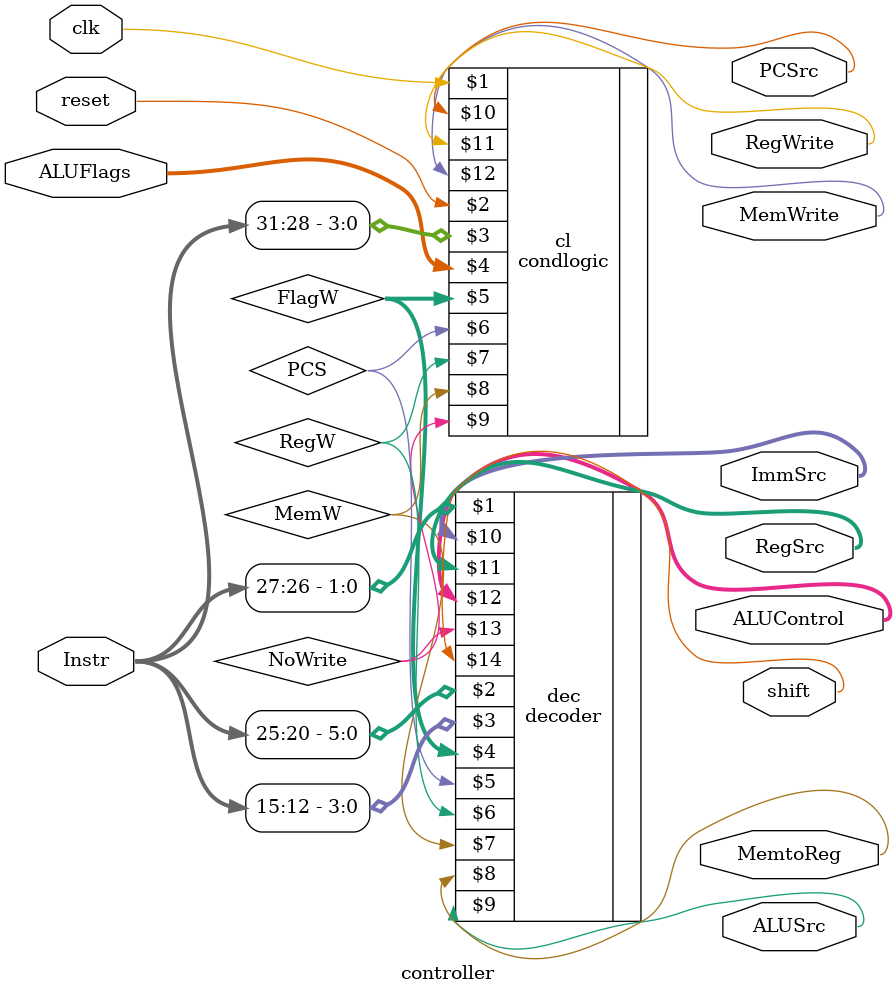
<source format=sv>
/*
 * This module is the Control Unit of ARM single-cycle processor
 */ 
module controller(input logic clk, reset,
						input logic [31:12] Instr,
						input logic [3:0] ALUFlags,
						output logic [1:0] RegSrc,
						output logic RegWrite,
						output logic [1:0] ImmSrc,
						output logic ALUSrc,
						output logic [1:0] ALUControl,
						output logic MemWrite, MemtoReg,
						output logic PCSrc,
						output logic shift
						);
	logic [1:0] FlagW;
	logic PCS, RegW, MemW, NoWrite;

	decoder dec(Instr[27:26], Instr[25:20], Instr[15:12],
					FlagW, PCS, RegW, MemW,
					MemtoReg, ALUSrc, ImmSrc, RegSrc, ALUControl,NoWrite, shift);

	condlogic cl(clk, reset, Instr[31:28], ALUFlags,
					FlagW, PCS, RegW, MemW, NoWrite,
					PCSrc, RegWrite, MemWrite);

endmodule

</source>
